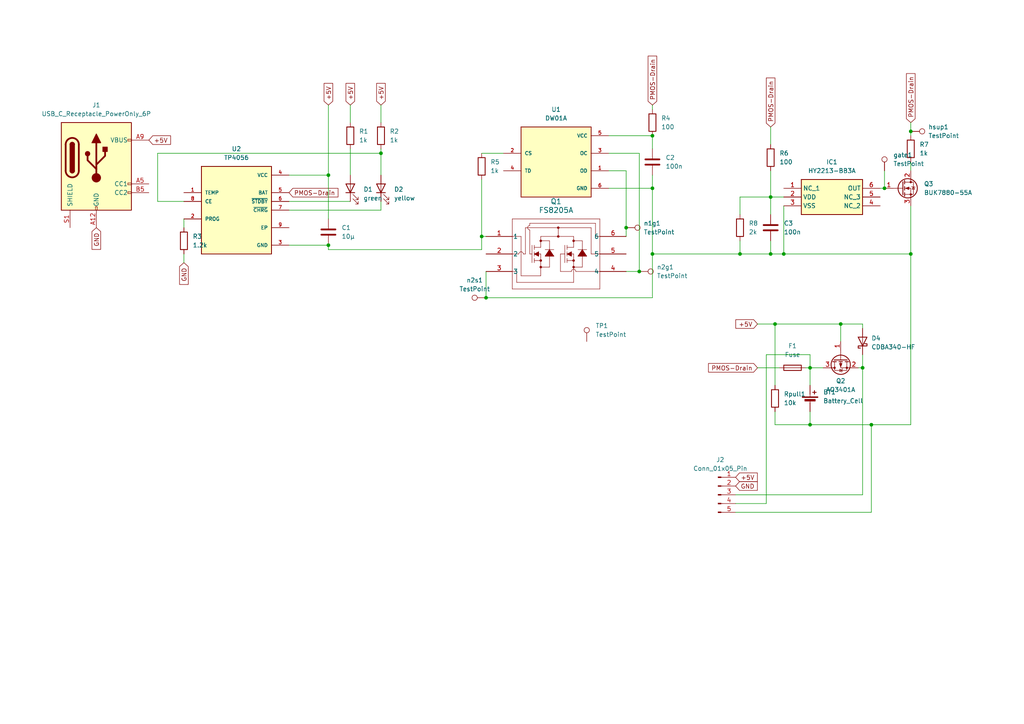
<source format=kicad_sch>
(kicad_sch (version 20231120) (generator "eeschema") (generator_version "8.0")
  (paper "A4")
  (lib_symbols
    (symbol "Connector:Conn_01x05_Pin" (pin_names (offset 1.016) hide)
      (property "Reference" "J" (at 0 7.62 0))
      (property "Value" "Conn_01x05_Pin" (at 0 -7.62 0))
      (symbol "Conn_01x05_Pin_1_1"
        (polyline (pts (xy 1.27 -5.08) (xy 0.8636 -5.08)) (stroke (width 0.1524)))
        (polyline (pts (xy 1.27 -2.54) (xy 0.8636 -2.54)) (stroke (width 0.1524)))
        (polyline (pts (xy 1.27 0) (xy 0.8636 0)) (stroke (width 0.1524)))
        (polyline (pts (xy 1.27 2.54) (xy 0.8636 2.54)) (stroke (width 0.1524)))
        (polyline (pts (xy 1.27 5.08) (xy 0.8636 5.08)) (stroke (width 0.1524)))
        (rectangle (start 0.8636 -4.953) (end 0 -5.207) (stroke (width 0.1524)) (fill (type outline)))
        (rectangle (start 0.8636 -2.413) (end 0 -2.667) (stroke (width 0.1524)) (fill (type outline)))
        (rectangle (start 0.8636 0.127) (end 0 -0.127) (stroke (width 0.1524)) (fill (type outline)))
        (rectangle (start 0.8636 2.667) (end 0 2.413) (stroke (width 0.1524)) (fill (type outline)))
        (rectangle (start 0.8636 5.207) (end 0 4.953) (stroke (width 0.1524)) (fill (type outline)))
        (pin passive line (at 5.08 5.08 180) (length 3.81) (name "Pin_1") (number "1"))
        (pin passive line (at 5.08 2.54 180) (length 3.81) (name "Pin_2") (number "2"))
        (pin passive line (at 5.08 0 180) (length 3.81) (name "Pin_3") (number "3"))
        (pin passive line (at 5.08 -2.54 180) (length 3.81) (name "Pin_4") (number "4"))
        (pin passive line (at 5.08 -5.08 180) (length 3.81) (name "Pin_5") (number "5"))
      )
    )
    (symbol "Connector:TestPoint" (pin_numbers hide) (pin_names (offset 0.762) hide)
      (property "Reference" "TP" (at 0 6.858 0))
      (property "Value" "TestPoint" (at 0 5.08 0))
      (symbol "TestPoint_0_1"
        (circle (center 0 3.302) (radius 0.762))
      )
      (symbol "TestPoint_1_1"
        (pin passive line (at 0 0 90) (length 2.54) (name "1") (number "1"))
      )
    )
    (symbol "Connector:USB_C_Receptacle_PowerOnly_6P" (pin_names (offset 1.016))
      (property "Reference" "J" (at 0 16.51 0))
      (property "Value" "USB_C_Receptacle_PowerOnly_6P" (at 0 13.97 0))
      (symbol "USB_C_Receptacle_PowerOnly_6P_0_0"
        (rectangle (start -0.254 -12.7) (end 0.254 -11.684))
        (rectangle (start 10.16 -7.366) (end 9.144 -7.874))
        (rectangle (start 10.16 -4.826) (end 9.144 -5.334))
        (rectangle (start 10.16 7.874) (end 9.144 7.366))
      )
      (symbol "USB_C_Receptacle_PowerOnly_6P_0_1"
        (rectangle (start -10.16 12.7) (end 10.16 -12.7) (stroke (width 0.254)) (fill (type background)))
        (arc (start -8.89 -1.27) (mid -6.985 -3.1667) (end -5.08 -1.27) (stroke (width 0.508)))
        (arc (start -7.62 -1.27) (mid -6.985 -1.9023) (end -6.35 -1.27) (stroke (width 0.254)))
        (arc (start -7.62 -1.27) (mid -6.985 -1.9023) (end -6.35 -1.27) (stroke (width 0.254)) (fill (type outline)))
        (rectangle (start -7.62 -1.27) (end -6.35 6.35) (stroke (width 0.254)) (fill (type outline)))
        (arc (start -6.35 6.35) (mid -6.985 6.9823) (end -7.62 6.35) (stroke (width 0.254)))
        (arc (start -6.35 6.35) (mid -6.985 6.9823) (end -7.62 6.35) (stroke (width 0.254)) (fill (type outline)))
        (arc (start -5.08 6.35) (mid -6.985 8.2467) (end -8.89 6.35) (stroke (width 0.508)))
        (circle (center -2.54 3.683) (radius 0.635) (stroke (width 0.254)) (fill (type outline)))
        (circle (center 0 -3.302) (radius 1.27) (fill (type outline)))
        (polyline (pts (xy -8.89 -1.27) (xy -8.89 6.35)) (stroke (width 0.508)))
        (polyline (pts (xy -5.08 6.35) (xy -5.08 -1.27)) (stroke (width 0.508)))
        (polyline (pts (xy 0 -3.302) (xy 0 6.858)) (stroke (width 0.508)))
        (polyline (pts (xy 0 -0.762) (xy -2.54 1.778) (xy -2.54 3.048)) (stroke (width 0.508)))
        (polyline (pts (xy 0 0.508) (xy 2.54 3.048) (xy 2.54 4.318)) (stroke (width 0.508)))
        (polyline (pts (xy -1.27 6.858) (xy 0 9.398) (xy 1.27 6.858) (xy -1.27 6.858)) (stroke (width 0.254)) (fill (type outline)))
        (rectangle (start 1.905 4.318) (end 3.175 5.588) (stroke (width 0.254)) (fill (type outline)))
      )
      (symbol "USB_C_Receptacle_PowerOnly_6P_1_1"
        (pin passive line (at 0 -17.78 90) (length 5.08) (name "GND") (number "A12"))
        (pin bidirectional line (at 15.24 -5.08 180) (length 5.08) (name "CC1") (number "A5"))
        (pin passive line (at 15.24 7.62 180) (length 5.08) (name "VBUS") (number "A9"))
        (pin passive line (at 0 -17.78 90) (length 5.08) hide (name "GND") (number "B12"))
        (pin bidirectional line (at 15.24 -7.62 180) (length 5.08) (name "CC2") (number "B5"))
        (pin passive line (at 15.24 7.62 180) (length 5.08) hide (name "VBUS") (number "B9"))
        (pin passive line (at -7.62 -17.78 90) (length 5.08) (name "SHIELD") (number "S1"))
      )
    )
    (symbol "DW01A:DW01A" (pin_names (offset 1.016))
      (property "Reference" "U" (at -10.16 11.43 0))
      (property "Value" "DW01A" (at -10.16 -12.7 0))
      (symbol "DW01A_0_0"
        (rectangle (start -10.16 -10.16) (end 10.16 10.16) (stroke (width 0.254)) (fill (type background)))
        (pin output line (at 15.24 -2.54 180) (length 5.08) (name "OD") (number "1"))
        (pin input line (at -15.24 2.54 0) (length 5.08) (name "CS") (number "2"))
        (pin output line (at 15.24 2.54 180) (length 5.08) (name "OC") (number "3"))
        (pin passive line (at -15.24 -2.54 0) (length 5.08) (name "TD") (number "4"))
        (pin power_in line (at 15.24 7.62 180) (length 5.08) (name "VCC") (number "5"))
        (pin power_in line (at 15.24 -7.62 180) (length 5.08) (name "GND") (number "6"))
      )
    )
    (symbol "Device:Battery_Cell" (pin_numbers hide) (pin_names (offset 0) hide)
      (property "Reference" "BT" (at 2.54 2.54 0))
      (property "Value" "Battery_Cell" (at 2.54 0 0))
      (symbol "Battery_Cell_0_1"
        (rectangle (start -2.286 1.778) (end 2.286 1.524) (fill (type outline)))
        (rectangle (start -1.524 1.016) (end 1.524 0.508) (fill (type outline)))
        (polyline (pts (xy 0 0.762) (xy 0 0)))
        (polyline (pts (xy 0 1.778) (xy 0 2.54)))
        (polyline (pts (xy 0.762 3.048) (xy 1.778 3.048)) (stroke (width 0.254)))
        (polyline (pts (xy 1.27 3.556) (xy 1.27 2.54)) (stroke (width 0.254)))
      )
      (symbol "Battery_Cell_1_1"
        (pin passive line (at 0 5.08 270) (length 2.54) (name "+") (number "1"))
        (pin passive line (at 0 -2.54 90) (length 2.54) (name "-") (number "2"))
      )
    )
    (symbol "Device:C" (pin_numbers hide) (pin_names (offset 0.254))
      (property "Reference" "C" (at 0.635 2.54 0))
      (property "Value" "C" (at 0.635 -2.54 0))
      (symbol "C_0_1"
        (polyline (pts (xy -2.032 -0.762) (xy 2.032 -0.762)) (stroke (width 0.508)))
        (polyline (pts (xy -2.032 0.762) (xy 2.032 0.762)) (stroke (width 0.508)))
      )
      (symbol "C_1_1"
        (pin passive line (at 0 3.81 270) (length 2.794) (name "~") (number "1"))
        (pin passive line (at 0 -3.81 90) (length 2.794) (name "~") (number "2"))
      )
    )
    (symbol "Device:Fuse" (pin_numbers hide) (pin_names (offset 0))
      (property "Reference" "F" (at 2.032 0 90))
      (property "Value" "Fuse" (at -1.905 0 90))
      (symbol "Fuse_0_1"
        (rectangle (start -0.762 -2.54) (end 0.762 2.54) (stroke (width 0.254)))
        (polyline (pts (xy 0 2.54) (xy 0 -2.54)))
      )
      (symbol "Fuse_1_1"
        (pin passive line (at 0 3.81 270) (length 1.27) (name "~") (number "1"))
        (pin passive line (at 0 -3.81 90) (length 1.27) (name "~") (number "2"))
      )
    )
    (symbol "Device:LED" (pin_numbers hide) (pin_names (offset 1.016) hide)
      (property "Reference" "D" (at 0 2.54 0))
      (property "Value" "LED" (at 0 -2.54 0))
      (symbol "LED_0_1"
        (polyline (pts (xy -1.27 -1.27) (xy -1.27 1.27)) (stroke (width 0.254)))
        (polyline (pts (xy -1.27 0) (xy 1.27 0)))
        (polyline (pts (xy 1.27 -1.27) (xy 1.27 1.27) (xy -1.27 0) (xy 1.27 -1.27)) (stroke (width 0.254)))
        (polyline (pts (xy -3.048 -0.762) (xy -4.572 -2.286) (xy -3.81 -2.286) (xy -4.572 -2.286) (xy -4.572 -1.524)))
        (polyline (pts (xy -1.778 -0.762) (xy -3.302 -2.286) (xy -2.54 -2.286) (xy -3.302 -2.286) (xy -3.302 -1.524)))
      )
      (symbol "LED_1_1"
        (pin passive line (at -3.81 0 0) (length 2.54) (name "K") (number "1"))
        (pin passive line (at 3.81 0 180) (length 2.54) (name "A") (number "2"))
      )
    )
    (symbol "Device:R" (pin_numbers hide) (pin_names (offset 0))
      (property "Reference" "R" (at 2.032 0 90))
      (property "Value" "R" (at 0 0 90))
      (symbol "R_0_1"
        (rectangle (start -1.016 -2.54) (end 1.016 2.54) (stroke (width 0.254)))
      )
      (symbol "R_1_1"
        (pin passive line (at 0 3.81 270) (length 1.27) (name "~") (number "1"))
        (pin passive line (at 0 -3.81 90) (length 1.27) (name "~") (number "2"))
      )
    )
    (symbol "Diode:CDBA340-HF" (pin_numbers hide) (pin_names hide)
      (property "Reference" "D" (at 0 2.54 0))
      (property "Value" "CDBA340-HF" (at 0 -2.54 0))
      (symbol "CDBA340-HF_0_1"
        (polyline (pts (xy 1.27 0) (xy -1.27 0)))
        (polyline (pts (xy 1.27 1.27) (xy 1.27 -1.27) (xy -1.27 0) (xy 1.27 1.27)) (stroke (width 0.254)))
        (polyline (pts (xy -1.905 0.635) (xy -1.905 1.27) (xy -1.27 1.27) (xy -1.27 -1.27) (xy -0.635 -1.27) (xy -0.635 -0.635)) (stroke (width 0.254)))
      )
      (symbol "CDBA340-HF_1_1"
        (pin passive line (at -3.81 0 0) (length 2.54) (name "K") (number "1"))
        (pin passive line (at 3.81 0 180) (length 2.54) (name "A") (number "2"))
      )
    )
    (symbol "FS8205A:FS8205A" (pin_names (offset 0.254))
      (property "Reference" "Q" (at 20.32 10.16 0))
      (property "Value" "FS8205A" (at 20.32 7.62 0))
      (symbol "FS8205A_0_1"
        (polyline (pts (xy 7.62 -15.24) (xy 33.02 -15.24)) (stroke (width 0.127)))
        (polyline (pts (xy 7.62 -10.16) (xy 8.89 -10.16)) (stroke (width 0.127)))
        (polyline (pts (xy 7.62 -5.08) (xy 9.525 -5.08)) (stroke (width 0.127)))
        (polyline (pts (xy 7.62 0) (xy 10.16 0)) (stroke (width 0.127)))
        (polyline (pts (xy 7.62 5.08) (xy 7.62 -15.24)) (stroke (width 0.127)))
        (polyline (pts (xy 8.89 -13.335) (xy 8.89 -10.16)) (stroke (width 0.127)))
        (polyline (pts (xy 8.89 -13.335) (xy 25.4 -13.335)) (stroke (width 0.127)))
        (polyline (pts (xy 10.16 -11.43) (xy 15.875 -11.43)) (stroke (width 0.127)))
        (polyline (pts (xy 10.16 0) (xy 10.16 -11.43)) (stroke (width 0.127)))
        (polyline (pts (xy 10.795 -5.08) (xy 11.43 -5.08)) (stroke (width 0.127)))
        (polyline (pts (xy 11.43 -5.08) (xy 11.43 2.54)) (stroke (width 0.127)))
        (polyline (pts (xy 11.43 2.54) (xy 30.48 2.54)) (stroke (width 0.127)))
        (polyline (pts (xy 12.7 -5.08) (xy 13.335 -5.08)) (stroke (width 0.127)))
        (polyline (pts (xy 12.7 1.905) (xy 12.7 -5.08)) (stroke (width 0.127)))
        (polyline (pts (xy 12.7 3.81) (xy 12.7 3.175)) (stroke (width 0.127)))
        (polyline (pts (xy 13.335 -2.54) (xy 13.335 -7.62)) (stroke (width 0.127)))
        (polyline (pts (xy 13.97 -6.985) (xy 15.875 -6.985)) (stroke (width 0.127)))
        (polyline (pts (xy 13.97 -6.35) (xy 13.97 -7.62)) (stroke (width 0.127)))
        (polyline (pts (xy 13.97 -5.08) (xy 15.24 -4.445)) (stroke (width 0.127)))
        (polyline (pts (xy 13.97 -5.08) (xy 15.875 -5.08)) (stroke (width 0.127)))
        (polyline (pts (xy 13.97 -4.445) (xy 13.97 -5.715)) (stroke (width 0.127)))
        (polyline (pts (xy 13.97 -3.175) (xy 15.875 -3.175)) (stroke (width 0.127)))
        (polyline (pts (xy 13.97 -2.54) (xy 13.97 -3.81)) (stroke (width 0.127)))
        (polyline (pts (xy 15.24 -5.715) (xy 13.97 -5.08)) (stroke (width 0.127)))
        (polyline (pts (xy 15.24 -4.445) (xy 15.24 -5.715)) (stroke (width 0.127)))
        (polyline (pts (xy 15.875 -5.08) (xy 15.875 -11.43)) (stroke (width 0.127)))
        (polyline (pts (xy 15.875 -1.27) (xy 18.415 -1.27)) (stroke (width 0.127)))
        (polyline (pts (xy 15.875 0) (xy 15.875 -3.175)) (stroke (width 0.127)))
        (polyline (pts (xy 17.145 -5.715) (xy 19.685 -5.715)) (stroke (width 0.127)))
        (polyline (pts (xy 17.145 -3.81) (xy 19.685 -3.81)) (stroke (width 0.127)))
        (polyline (pts (xy 18.415 -8.89) (xy 15.875 -8.89)) (stroke (width 0.127)))
        (polyline (pts (xy 18.415 -3.81) (xy 17.145 -5.715)) (stroke (width 0.127)))
        (polyline (pts (xy 18.415 -3.81) (xy 19.685 -5.715)) (stroke (width 0.127)))
        (polyline (pts (xy 18.415 -1.27) (xy 18.415 -8.89)) (stroke (width 0.127)))
        (polyline (pts (xy 20.955 0) (xy 20.955 2.54)) (stroke (width 0.127)))
        (polyline (pts (xy 21.59 -10.16) (xy 21.59 -5.08)) (stroke (width 0.127)))
        (polyline (pts (xy 21.59 -10.16) (xy 24.765 -10.16)) (stroke (width 0.127)))
        (polyline (pts (xy 21.59 -5.08) (xy 22.86 -5.08)) (stroke (width 0.127)))
        (polyline (pts (xy 22.86 -2.54) (xy 22.86 -7.62)) (stroke (width 0.127)))
        (polyline (pts (xy 23.495 -6.985) (xy 25.4 -6.985)) (stroke (width 0.127)))
        (polyline (pts (xy 23.495 -6.35) (xy 23.495 -7.62)) (stroke (width 0.127)))
        (polyline (pts (xy 23.495 -5.08) (xy 24.765 -4.445)) (stroke (width 0.127)))
        (polyline (pts (xy 23.495 -5.08) (xy 25.4 -5.08)) (stroke (width 0.127)))
        (polyline (pts (xy 23.495 -4.445) (xy 23.495 -5.715)) (stroke (width 0.127)))
        (polyline (pts (xy 23.495 -3.175) (xy 25.4 -3.175)) (stroke (width 0.127)))
        (polyline (pts (xy 23.495 -2.54) (xy 23.495 -3.81)) (stroke (width 0.127)))
        (polyline (pts (xy 24.765 -5.715) (xy 23.495 -5.08)) (stroke (width 0.127)))
        (polyline (pts (xy 24.765 -4.445) (xy 24.765 -5.715)) (stroke (width 0.127)))
        (polyline (pts (xy 25.4 -5.08) (xy 25.4 -13.335)) (stroke (width 0.127)))
        (polyline (pts (xy 25.4 -1.27) (xy 27.94 -1.27)) (stroke (width 0.127)))
        (polyline (pts (xy 25.4 0) (xy 15.875 0)) (stroke (width 0.127)))
        (polyline (pts (xy 25.4 0) (xy 25.4 -3.175)) (stroke (width 0.127)))
        (polyline (pts (xy 26.67 -5.715) (xy 29.21 -5.715)) (stroke (width 0.127)))
        (polyline (pts (xy 26.67 -3.81) (xy 29.21 -3.81)) (stroke (width 0.127)))
        (polyline (pts (xy 27.94 -8.89) (xy 25.4 -8.89)) (stroke (width 0.127)))
        (polyline (pts (xy 27.94 -3.81) (xy 26.67 -5.715)) (stroke (width 0.127)))
        (polyline (pts (xy 27.94 -3.81) (xy 29.21 -5.715)) (stroke (width 0.127)))
        (polyline (pts (xy 27.94 -1.27) (xy 27.94 -8.89)) (stroke (width 0.127)))
        (polyline (pts (xy 30.48 -5.08) (xy 33.02 -5.08)) (stroke (width 0.127)))
        (polyline (pts (xy 30.48 2.54) (xy 30.48 -5.08)) (stroke (width 0.127)))
        (polyline (pts (xy 31.75 3.81) (xy 12.7 3.81)) (stroke (width 0.127)))
        (polyline (pts (xy 31.75 3.81) (xy 31.75 0)) (stroke (width 0.127)))
        (polyline (pts (xy 33.02 -15.24) (xy 33.02 5.08)) (stroke (width 0.127)))
        (polyline (pts (xy 33.02 -10.16) (xy 26.035 -10.16)) (stroke (width 0.127)))
        (polyline (pts (xy 33.02 0) (xy 31.75 0)) (stroke (width 0.127)))
        (polyline (pts (xy 33.02 5.08) (xy 7.62 5.08)) (stroke (width 0.127)))
        (polyline (pts (xy 13.97 -5.08) (xy 15.24 -5.715) (xy 15.24 -4.445)) (fill (type outline)))
        (polyline (pts (xy 18.415 -3.81) (xy 17.145 -5.715) (xy 19.685 -5.715)) (fill (type outline)))
        (polyline (pts (xy 23.495 -5.08) (xy 24.765 -5.715) (xy 24.765 -4.445)) (fill (type outline)))
        (polyline (pts (xy 27.94 -3.81) (xy 26.67 -5.715) (xy 29.21 -5.715)) (fill (type outline)))
        (arc (start 10.795 -5.08) (mid 10.16 -4.4477) (end 9.525 -5.08) (stroke (width 0.127)))
        (arc (start 12.7 3.175) (mid 12.0677 2.54) (end 12.7 1.905) (stroke (width 0.127)))
        (circle (center 15.875 -8.89) (radius 0.2032) (stroke (width 0.3048)))
        (circle (center 15.875 -6.985) (radius 0.2032) (stroke (width 0.3048)))
        (circle (center 15.875 -1.27) (radius 0.2032) (stroke (width 0.3048)))
        (circle (center 20.955 0) (radius 0.2032) (stroke (width 0.3048)))
        (circle (center 20.955 2.54) (radius 0.2032) (stroke (width 0.3048)))
        (circle (center 25.4 -8.89) (radius 0.2032) (stroke (width 0.3048)))
        (circle (center 25.4 -6.985) (radius 0.2032) (stroke (width 0.3048)))
        (circle (center 25.4 -1.27) (radius 0.2032) (stroke (width 0.3048)))
        (arc (start 26.035 -10.16) (mid 25.4 -9.5277) (end 24.765 -10.16) (stroke (width 0.127)))
        (pin unspecified line (at 0 0 0) (length 7.62) (name "1") (number "1"))
        (pin unspecified line (at 0 -5.08 0) (length 7.62) (name "2") (number "2"))
        (pin unspecified line (at 0 -10.16 0) (length 7.62) (name "3") (number "3"))
        (pin unspecified line (at 40.64 -10.16 180) (length 7.62) (name "4") (number "4"))
        (pin unspecified line (at 40.64 -5.08 180) (length 7.62) (name "5") (number "5"))
        (pin unspecified line (at 40.64 0 180) (length 7.62) (name "6") (number "6"))
      )
    )
    (symbol "HY2213-BB3A:HY2213-BB3A"
      (property "Reference" "IC" (at 24.13 7.62 0))
      (property "Value" "HY2213-BB3A" (at 24.13 5.08 0))
      (symbol "HY2213-BB3A_1_1"
        (rectangle (start 5.08 2.54) (end 22.86 -7.62) (stroke (width 0.254)) (fill (type background)))
        (pin passive line (at 0 0 0) (length 5.08) (name "NC_1") (number "1"))
        (pin passive line (at 0 -2.54 0) (length 5.08) (name "VDD") (number "2"))
        (pin passive line (at 0 -5.08 0) (length 5.08) (name "VSS") (number "3"))
        (pin passive line (at 27.94 -5.08 180) (length 5.08) (name "NC_2") (number "4"))
        (pin passive line (at 27.94 -2.54 180) (length 5.08) (name "NC_3") (number "5"))
        (pin passive line (at 27.94 0 180) (length 5.08) (name "OUT") (number "6"))
      )
    )
    (symbol "TP4056:TP4056" (pin_names (offset 1.016))
      (property "Reference" "U" (at -10.16 13.208 0))
      (property "Value" "TP4056" (at -10.16 -15.24 0))
      (symbol "TP4056_0_0"
        (rectangle (start -10.16 -12.7) (end 10.16 12.7) (stroke (width 0.254)) (fill (type background)))
        (pin input line (at -15.24 5.08 0) (length 5.08) (name "TEMP") (number "1"))
        (pin bidirectional line (at -15.24 -2.54 0) (length 5.08) (name "PROG") (number "2"))
        (pin power_in line (at 15.24 -10.16 180) (length 5.08) (name "GND") (number "3"))
        (pin power_in line (at 15.24 10.16 180) (length 5.08) (name "VCC") (number "4"))
        (pin output line (at 15.24 5.08 180) (length 5.08) (name "BAT") (number "5"))
        (pin output line (at 15.24 2.54 180) (length 5.08) (name "~{STDBY}") (number "6"))
        (pin output line (at 15.24 0 180) (length 5.08) (name "~{CHRG}") (number "7"))
        (pin input line (at -15.24 2.54 0) (length 5.08) (name "CE") (number "8"))
        (pin passive line (at 15.24 -5.08 180) (length 5.08) (name "EP") (number "9"))
      )
    )
    (symbol "Transistor_FET:AO3401A" (pin_names hide)
      (property "Reference" "Q" (at 5.08 1.905 0))
      (property "Value" "AO3401A" (at 5.08 0 0))
      (symbol "AO3401A_0_1"
        (polyline (pts (xy 0.254 0) (xy -2.54 0)))
        (polyline (pts (xy 0.254 1.905) (xy 0.254 -1.905)) (stroke (width 0.254)))
        (polyline (pts (xy 0.762 -1.27) (xy 0.762 -2.286)) (stroke (width 0.254)))
        (polyline (pts (xy 0.762 0.508) (xy 0.762 -0.508)) (stroke (width 0.254)))
        (polyline (pts (xy 0.762 2.286) (xy 0.762 1.27)) (stroke (width 0.254)))
        (polyline (pts (xy 2.54 2.54) (xy 2.54 1.778)))
        (polyline (pts (xy 2.54 -2.54) (xy 2.54 0) (xy 0.762 0)))
        (polyline (pts (xy 0.762 1.778) (xy 3.302 1.778) (xy 3.302 -1.778) (xy 0.762 -1.778)))
        (polyline (pts (xy 2.286 0) (xy 1.27 0.381) (xy 1.27 -0.381) (xy 2.286 0)) (fill (type outline)))
        (polyline (pts (xy 2.794 -0.508) (xy 2.921 -0.381) (xy 3.683 -0.381) (xy 3.81 -0.254)))
        (polyline (pts (xy 3.302 -0.381) (xy 2.921 0.254) (xy 3.683 0.254) (xy 3.302 -0.381)))
        (circle (center 1.651 0) (radius 2.794) (stroke (width 0.254)))
        (circle (center 2.54 -1.778) (radius 0.254) (fill (type outline)))
        (circle (center 2.54 1.778) (radius 0.254) (fill (type outline)))
      )
      (symbol "AO3401A_1_1"
        (pin input line (at -5.08 0 0) (length 2.54) (name "G") (number "1"))
        (pin passive line (at 2.54 -5.08 90) (length 2.54) (name "S") (number "2"))
        (pin passive line (at 2.54 5.08 270) (length 2.54) (name "D") (number "3"))
      )
    )
    (symbol "Transistor_FET:BUK7880-55A" (pin_names hide)
      (property "Reference" "Q" (at 5.08 1.905 0))
      (property "Value" "BUK7880-55A" (at 5.08 0 0))
      (symbol "BUK7880-55A_0_1"
        (polyline (pts (xy 0.254 0) (xy -2.54 0)))
        (polyline (pts (xy 0.254 1.905) (xy 0.254 -1.905)) (stroke (width 0.254)))
        (polyline (pts (xy 0.762 -1.27) (xy 0.762 -2.286)) (stroke (width 0.254)))
        (polyline (pts (xy 0.762 0.508) (xy 0.762 -0.508)) (stroke (width 0.254)))
        (polyline (pts (xy 0.762 2.286) (xy 0.762 1.27)) (stroke (width 0.254)))
        (polyline (pts (xy 2.54 2.54) (xy 2.54 1.778)))
        (polyline (pts (xy 2.54 -2.54) (xy 2.54 0) (xy 0.762 0)))
        (polyline (pts (xy 0.762 -1.778) (xy 3.302 -1.778) (xy 3.302 1.778) (xy 0.762 1.778)))
        (polyline (pts (xy 1.016 0) (xy 2.032 0.381) (xy 2.032 -0.381) (xy 1.016 0)) (fill (type outline)))
        (polyline (pts (xy 2.794 0.508) (xy 2.921 0.381) (xy 3.683 0.381) (xy 3.81 0.254)))
        (polyline (pts (xy 3.302 0.381) (xy 2.921 -0.254) (xy 3.683 -0.254) (xy 3.302 0.381)))
        (circle (center 1.651 0) (radius 2.794) (stroke (width 0.254)))
        (circle (center 2.54 -1.778) (radius 0.254) (fill (type outline)))
        (circle (center 2.54 1.778) (radius 0.254) (fill (type outline)))
      )
      (symbol "BUK7880-55A_1_1"
        (pin input line (at -5.08 0 0) (length 2.54) (name "G") (number "1"))
        (pin passive line (at 2.54 5.08 270) (length 2.54) (name "D") (number "2"))
        (pin passive line (at 2.54 -5.08 90) (length 2.54) (name "S") (number "3"))
      )
    )
  )
  (junction (at 224.79 93.98))
  (junction (at 95.25 50.8))
  (junction (at 189.23 73.66))
  (junction (at 234.95 106.68))
  (junction (at 264.16 38.1))
  (junction (at 181.61 66.04))
  (junction (at 185.42 78.74))
  (junction (at 95.25 71.12))
  (junction (at 264.16 73.66))
  (junction (at 214.63 73.66))
  (junction (at 139.7 68.58))
  (junction (at 223.52 73.66))
  (junction (at 189.23 39.37))
  (junction (at 234.95 123.19))
  (junction (at 256.54 54.61))
  (junction (at 227.33 73.66))
  (junction (at 250.19 106.68))
  (junction (at 140.97 86.36))
  (junction (at 243.84 93.98))
  (junction (at 110.49 44.45))
  (junction (at 252.73 123.19))
  (junction (at 189.23 54.61))
  (junction (at 223.52 57.15))
  (wire (pts (xy 224.79 93.98) (xy 224.79 111.76)))
  (wire (pts (xy 95.25 72.39) (xy 139.7 72.39)))
  (wire (pts (xy 223.52 49.53) (xy 223.52 57.15)))
  (wire (pts (xy 189.23 73.66) (xy 189.23 54.61)))
  (wire (pts (xy 243.84 93.98) (xy 224.79 93.98)))
  (wire (pts (xy 214.63 69.85) (xy 214.63 73.66)))
  (wire (pts (xy 53.34 58.42) (xy 45.72 58.42)))
  (wire (pts (xy 227.33 73.66) (xy 264.16 73.66)))
  (wire (pts (xy 83.82 60.96) (xy 110.49 60.96)))
  (wire (pts (xy 95.25 50.8) (xy 95.25 63.5)))
  (wire (pts (xy 214.63 73.66) (xy 223.52 73.66)))
  (wire (pts (xy 189.23 50.8) (xy 189.23 54.61)))
  (wire (pts (xy 181.61 49.53) (xy 181.61 66.04)))
  (wire (pts (xy 95.25 30.48) (xy 95.25 50.8)))
  (wire (pts (xy 185.42 78.74) (xy 181.61 78.74)))
  (wire (pts (xy 223.52 36.83) (xy 223.52 41.91)))
  (wire (pts (xy 140.97 78.74) (xy 140.97 86.36)))
  (wire (pts (xy 234.95 102.87) (xy 234.95 106.68)))
  (wire (pts (xy 264.16 59.69) (xy 264.16 73.66)))
  (wire (pts (xy 176.53 39.37) (xy 189.23 39.37)))
  (wire (pts (xy 264.16 38.1) (xy 264.16 39.37)))
  (wire (pts (xy 53.34 63.5) (xy 53.34 66.04)))
  (wire (pts (xy 139.7 72.39) (xy 139.7 68.58)))
  (wire (pts (xy 256.54 49.53) (xy 256.54 54.61)))
  (wire (pts (xy 250.19 143.51) (xy 213.36 143.51)))
  (wire (pts (xy 189.23 30.48) (xy 189.23 31.75)))
  (wire (pts (xy 189.23 86.36) (xy 189.23 73.66)))
  (wire (pts (xy 223.52 73.66) (xy 227.33 73.66)))
  (wire (pts (xy 223.52 57.15) (xy 227.33 57.15)))
  (wire (pts (xy 110.49 58.42) (xy 110.49 60.96)))
  (wire (pts (xy 255.27 54.61) (xy 256.54 54.61)))
  (wire (pts (xy 250.19 106.68) (xy 250.19 143.51)))
  (wire (pts (xy 227.33 59.69) (xy 227.33 73.66)))
  (wire (pts (xy 250.19 106.68) (xy 250.19 102.87)))
  (wire (pts (xy 101.6 35.56) (xy 101.6 30.48)))
  (wire (pts (xy 234.95 102.87) (xy 222.25 102.87)))
  (wire (pts (xy 234.95 119.38) (xy 234.95 123.19)))
  (wire (pts (xy 139.7 52.07) (xy 139.7 68.58)))
  (wire (pts (xy 140.97 86.36) (xy 189.23 86.36)))
  (wire (pts (xy 213.36 148.59) (xy 252.73 148.59)))
  (wire (pts (xy 83.82 71.12) (xy 95.25 71.12)))
  (wire (pts (xy 234.95 106.68) (xy 238.76 106.68)))
  (wire (pts (xy 250.19 95.25) (xy 250.19 93.98)))
  (wire (pts (xy 181.61 66.04) (xy 181.61 68.58)))
  (wire (pts (xy 264.16 123.19) (xy 252.73 123.19)))
  (wire (pts (xy 185.42 44.45) (xy 185.42 78.74)))
  (wire (pts (xy 181.61 49.53) (xy 176.53 49.53)))
  (wire (pts (xy 223.52 57.15) (xy 223.52 62.23)))
  (wire (pts (xy 224.79 123.19) (xy 234.95 123.19)))
  (wire (pts (xy 189.23 39.37) (xy 189.23 43.18)))
  (wire (pts (xy 224.79 119.38) (xy 224.79 123.19)))
  (wire (pts (xy 264.16 123.19) (xy 264.16 73.66)))
  (wire (pts (xy 248.92 106.68) (xy 250.19 106.68)))
  (wire (pts (xy 264.16 35.56) (xy 264.16 38.1)))
  (wire (pts (xy 214.63 62.23) (xy 214.63 57.15)))
  (wire (pts (xy 264.16 46.99) (xy 264.16 49.53)))
  (wire (pts (xy 95.25 50.8) (xy 83.82 50.8)))
  (wire (pts (xy 214.63 57.15) (xy 223.52 57.15)))
  (wire (pts (xy 83.82 58.42) (xy 101.6 58.42)))
  (wire (pts (xy 243.84 93.98) (xy 243.84 99.06)))
  (wire (pts (xy 101.6 43.18) (xy 101.6 50.8)))
  (wire (pts (xy 110.49 44.45) (xy 110.49 50.8)))
  (wire (pts (xy 110.49 30.48) (xy 110.49 35.56)))
  (wire (pts (xy 233.68 106.68) (xy 234.95 106.68)))
  (wire (pts (xy 176.53 54.61) (xy 189.23 54.61)))
  (wire (pts (xy 219.71 106.68) (xy 226.06 106.68)))
  (wire (pts (xy 219.71 93.98) (xy 224.79 93.98)))
  (wire (pts (xy 250.19 93.98) (xy 243.84 93.98)))
  (wire (pts (xy 222.25 102.87) (xy 222.25 146.05)))
  (wire (pts (xy 110.49 43.18) (xy 110.49 44.45)))
  (wire (pts (xy 222.25 146.05) (xy 213.36 146.05)))
  (wire (pts (xy 45.72 44.45) (xy 110.49 44.45)))
  (wire (pts (xy 189.23 73.66) (xy 214.63 73.66)))
  (wire (pts (xy 252.73 123.19) (xy 234.95 123.19)))
  (wire (pts (xy 234.95 111.76) (xy 234.95 106.68)))
  (wire (pts (xy 185.42 44.45) (xy 176.53 44.45)))
  (wire (pts (xy 45.72 58.42) (xy 45.72 44.45)))
  (wire (pts (xy 252.73 123.19) (xy 252.73 148.59)))
  (wire (pts (xy 139.7 68.58) (xy 140.97 68.58)))
  (wire (pts (xy 95.25 72.39) (xy 95.25 71.12)))
  (wire (pts (xy 139.7 44.45) (xy 146.05 44.45)))
  (wire (pts (xy 223.52 69.85) (xy 223.52 73.66)))
  (wire (pts (xy 53.34 73.66) (xy 53.34 76.2)))
  (global_label "PMOS-Drain" (shape input) (at 189.23 30.48 90) (property "Intersheetrefs" "${INTERSHEET_REFS}" (effects (hide yes))))
  (global_label "PMOS-Drain" (shape input) (at 223.52 36.83 90) (property "Intersheetrefs" "${INTERSHEET_REFS}" (effects (hide yes))))
  (global_label "PMOS-Drain" (shape input) (at 219.71 106.68 180) (property "Intersheetrefs" "${INTERSHEET_REFS}" (effects (hide yes))))
  (global_label "GND" (shape input) (at 27.94 66.04 270) (property "Intersheetrefs" "${INTERSHEET_REFS}" (effects (hide yes))))
  (global_label "+5V" (shape input) (at 110.49 30.48 90) (property "Intersheetrefs" "${INTERSHEET_REFS}" (effects (hide yes))))
  (global_label "+5V" (shape input) (at 95.25 30.48 90) (property "Intersheetrefs" "${INTERSHEET_REFS}" (effects (hide yes))))
  (global_label "+5V" (shape input) (at 101.6 30.48 90) (property "Intersheetrefs" "${INTERSHEET_REFS}" (effects (hide yes))))
  (global_label "+5V" (shape input) (at 219.71 93.98 180) (property "Intersheetrefs" "${INTERSHEET_REFS}" (effects (hide yes))))
  (global_label "GND" (shape input) (at 53.34 76.2 270) (property "Intersheetrefs" "${INTERSHEET_REFS}" (effects (hide yes))))
  (global_label "PMOS-Drain" (shape input) (at 264.16 35.56 90) (property "Intersheetrefs" "${INTERSHEET_REFS}" (effects (hide yes))))
  (global_label "+5V" (shape input) (at 43.18 40.64 0) (property "Intersheetrefs" "${INTERSHEET_REFS}" (effects (hide yes))))
  (global_label "PMOS-Drain" (shape input) (at 83.82 55.88 0) (property "Intersheetrefs" "${INTERSHEET_REFS}" (effects (hide yes))))
  (global_label "GND" (shape input) (at 213.36 140.97 0) (property "Intersheetrefs" "${INTERSHEET_REFS}" (effects (hide yes))))
  (global_label "+5V" (shape input) (at 213.36 138.43 0) (property "Intersheetrefs" "${INTERSHEET_REFS}" (effects (hide yes))))
  (symbol (lib_id "Connector:TestPoint") (at 170.18 99.06 0) (unit 1)
    (property "Reference" "TP1" (at 172.72 94.4879 0) (effects (justify left)))
    (property "Value" "TestPoint" (at 172.72 97.0279 0) (effects (justify left)))
    (property "Footprint" "TestPoint:TestPoint_Plated_Hole_D2.0mm" (effects (hide yes)))
    (property "Description" "test point" (effects (hide yes)))
  )
  (symbol (lib_id "Transistor_FET:AO3401A") (at 243.84 104.14 90) (mirror x) (unit 1)
    (property "Reference" "Q2" (at 243.84 110.49 90))
    (property "Value" "AO3401A" (at 243.84 113.03 90))
    (property "Footprint" "Package_TO_SOT_SMD:SOT-23" (effects (hide yes)))
    (property "Datasheet" "http://www.aosmd.com/pdfs/datasheet/AO3401A.pdf" (effects (hide yes)))
    (property "Description" "-4.0A Id, -30V Vds, P-Channel MOSFET, SOT-23" (effects (hide yes)))
  )
  (symbol (lib_id "DW01A:DW01A") (at 161.29 46.99 0) (unit 1)
    (property "Reference" "U1" (at 161.29 31.75 0))
    (property "Value" "DW01A" (at 161.29 34.29 0))
    (property "Footprint" "DW01A:SOT95P280X145-6N" (effects (hide yes)))
    (property "MF" "Fortune Semiconductor" (effects (hide yes)))
    (property "SNAPEDA_PACKAGE_ID" "103849" (effects (hide yes)))
    (property "Package" "SOT-23-6 Fortune Semiconductor" (effects (hide yes)))
    (property "Price" "None" (effects (hide yes)))
    (property "Check_prices" "https://www.snapeda.com/parts/DW01A/Fortune+Semiconductor/view-part/?ref=eda" (effects (hide yes)))
    (property "STANDARD" "IPC 7351B" (effects (hide yes)))
    (property "PARTREV" "1.8" (effects (hide yes)))
    (property "SnapEDA_Link" "https://www.snapeda.com/parts/DW01A/Fortune+Semiconductor/view-part/?ref=snap" (effects (hide yes)))
    (property "MP" "DW01A" (effects (hide yes)))
    (property "Description_1" "\nOne Cell Lithium-ion/Polymer Battery Protection IC\n" (effects (hide yes)))
    (property "MANUFACTURER" "Fortune Semiconductor" (effects (hide yes)))
    (property "Availability" "Not in stock" (effects (hide yes)))
    (property "MAXIMUM_PACKAGE_HEIGHT" "1.45mm" (effects (hide yes)))
  )
  (symbol (lib_id "Device:R") (at 53.34 69.85 0) (unit 1)
    (property "Reference" "R3" (at 55.88 68.5799 0) (effects (justify left)))
    (property "Value" "1.2k" (at 55.88 71.1199 0) (effects (justify left)))
    (property "Footprint" "Resistor_SMD:R_1206_3216Metric" (effects (hide yes)))
    (property "Description" "Resistor" (effects (hide yes)))
  )
  (symbol (lib_id "Device:C") (at 95.25 67.31 0) (unit 1)
    (property "Reference" "C1" (at 99.06 66.0399 0) (effects (justify left)))
    (property "Value" "10µ" (at 99.06 68.5799 0) (effects (justify left)))
    (property "Footprint" "Capacitor_SMD:C_1206_3216Metric" (effects (hide yes)))
    (property "Description" "Unpolarized capacitor" (effects (hide yes)))
  )
  (symbol (lib_id "Transistor_FET:BUK7880-55A") (at 261.62 54.61 0) (unit 1)
    (property "Reference" "Q3" (at 267.97 53.3399 0) (effects (justify left)))
    (property "Value" "BUK7880-55A" (at 267.97 55.8799 0) (effects (justify left)))
    (property "Footprint" "Package_TO_SOT_SMD:SOT-223-3_TabPin2" (effects (hide yes)))
    (property "Datasheet" "https://assets.nexperia.com/documents/data-sheet/BUK7880-55A.pdf" (effects (hide yes)))
    (property "Description" "7A Id, 55V Vds, N-Channel Enhancement Mode MOSFET, SOT-223" (effects (hide yes)))
  )
  (symbol (lib_id "Device:R") (at 224.79 115.57 0) (unit 1)
    (property "Reference" "Rpull1" (at 227.33 114.2999 0) (effects (justify left)))
    (property "Value" "10k" (at 227.33 116.8399 0) (effects (justify left)))
    (property "Footprint" "Resistor_SMD:R_1206_3216Metric" (effects (hide yes)))
    (property "Description" "Resistor" (effects (hide yes)))
  )
  (symbol (lib_id "FS8205A:FS8205A") (at 140.97 68.58 0) (unit 1)
    (property "Reference" "Q1" (at 161.29 58.42 0) (effects (font (size 1.524 1.524))))
    (property "Value" "FS8205A" (at 161.29 60.96 0) (effects (font (size 1.524 1.524))))
    (property "Footprint" "SOT-23-6L_TCP" (effects (hide yes)))
    (property "Datasheet" "FS8205A" (effects (hide yes)))
  )
  (symbol (lib_id "Device:LED") (at 110.49 54.61 90) (unit 1)
    (property "Reference" "D2" (at 114.3 54.9274 90) (effects (justify right)))
    (property "Value" "yellow" (at 114.3 57.4674 90) (effects (justify right)))
    (property "Footprint" "LED_SMD:LED_1206_3216Metric" (effects (hide yes)))
    (property "Description" "Light emitting diode" (effects (hide yes)))
  )
  (symbol (lib_id "Device:R") (at 139.7 48.26 0) (unit 1)
    (property "Reference" "R5" (at 142.24 46.9899 0) (effects (justify left)))
    (property "Value" "1k" (at 142.24 49.5299 0) (effects (justify left)))
    (property "Footprint" "Resistor_SMD:R_1206_3216Metric" (effects (hide yes)))
    (property "Description" "Resistor" (effects (hide yes)))
  )
  (symbol (lib_id "Connector:TestPoint") (at 140.97 86.36 90) (unit 1)
    (property "Reference" "n2s1" (at 137.668 81.28 90))
    (property "Value" "TestPoint" (at 137.668 83.82 90))
    (property "Footprint" "Connector_Pin:Pin_D1.0mm_L10.0mm" (effects (hide yes)))
    (property "Description" "test point" (effects (hide yes)))
  )
  (symbol (lib_id "HY2213-BB3A:HY2213-BB3A") (at 227.33 54.61 0) (unit 1)
    (property "Reference" "IC1" (at 241.3 46.99 0))
    (property "Value" "HY2213-BB3A" (at 241.3 49.53 0))
    (property "Footprint" "SOT95P280X140-6N" (effects (hide yes)))
    (property "Datasheet" "https://datasheet.lcsc.com/szlcsc/HYCON-Tech-HY2213-BB3A_C113632.pdf" (effects (hide yes)))
    (property "Description" "PMIC - Battery Management SOT-23-6 RoHS" (effects (hide yes)))
    (property "Height" "1.4" (effects (hide yes)))
    (property "Manufacturer_Name" "Hycon" (effects (hide yes)))
    (property "Manufacturer_Part_Number" "HY2213-BB3A" (effects (hide yes)))
  )
  (symbol (lib_id "Device:R") (at 189.23 35.56 0) (unit 1)
    (property "Reference" "R4" (at 191.77 34.2899 0) (effects (justify left)))
    (property "Value" "100" (at 191.77 36.8299 0) (effects (justify left)))
    (property "Footprint" "Resistor_SMD:R_1206_3216Metric" (effects (hide yes)))
    (property "Description" "Resistor" (effects (hide yes)))
  )
  (symbol (lib_id "Device:R") (at 214.63 66.04 0) (unit 1)
    (property "Reference" "R8" (at 217.17 64.7699 0) (effects (justify left)))
    (property "Value" "2k" (at 217.17 67.3099 0) (effects (justify left)))
    (property "Footprint" "Resistor_SMD:R_1206_3216Metric" (effects (hide yes)))
    (property "Description" "Resistor" (effects (hide yes)))
  )
  (symbol (lib_id "Connector:TestPoint") (at 181.61 66.04 270) (unit 1)
    (property "Reference" "n1g1" (at 186.69 64.7699 90) (effects (justify left)))
    (property "Value" "TestPoint" (at 186.69 67.3099 90) (effects (justify left)))
    (property "Footprint" "Connector_Pin:Pin_D1.0mm_L10.0mm" (effects (hide yes)))
    (property "Description" "test point" (effects (hide yes)))
  )
  (symbol (lib_id "Connector:TestPoint") (at 264.16 38.1 270) (unit 1)
    (property "Reference" "hsup1" (at 269.24 36.8299 90) (effects (justify left)))
    (property "Value" "TestPoint" (at 269.24 39.3699 90) (effects (justify left)))
    (property "Footprint" "Connector_Pin:Pin_D1.0mm_L10.0mm" (effects (hide yes)))
    (property "Description" "test point" (effects (hide yes)))
  )
  (symbol (lib_id "Connector:TestPoint") (at 256.54 49.53 0) (unit 1)
    (property "Reference" "gate1" (at 259.08 44.9579 0) (effects (justify left)))
    (property "Value" "TestPoint" (at 259.08 47.4979 0) (effects (justify left)))
    (property "Footprint" "Connector_Pin:Pin_D1.0mm_L10.0mm" (effects (hide yes)))
    (property "Description" "test point" (effects (hide yes)))
  )
  (symbol (lib_id "Device:Fuse") (at 229.87 106.68 90) (unit 1)
    (property "Reference" "F1" (at 229.87 100.33 90))
    (property "Value" "Fuse" (at 229.87 102.87 90))
    (property "Footprint" "Fuse:Fuse_1206_3216Metric" (effects (hide yes)))
    (property "Description" "Fuse" (effects (hide yes)))
  )
  (symbol (lib_id "Diode:CDBA340-HF") (at 250.19 99.06 90) (unit 1)
    (property "Reference" "D4" (at 252.73 98.1074 90) (effects (justify right)))
    (property "Value" "CDBA340-HF" (at 252.73 100.6474 90) (effects (justify right)))
    (property "Footprint" "Diode_SMD:D_SMA" (effects (hide yes)))
    (property "Datasheet" "https://www.comchiptech.com/admin/files/product/CDBA340-HF%20Thru193640.%20CDBA3100-HF%20RevB.pdf" (effects (hide yes)))
    (property "Description" "40V 3A Schottky Barrier Rectifier Diode, SMA(DO-214AC)" (effects (hide yes)))
  )
  (symbol (lib_id "Device:R") (at 223.52 45.72 0) (unit 1)
    (property "Reference" "R6" (at 226.06 44.4499 0) (effects (justify left)))
    (property "Value" "100" (at 226.06 46.9899 0) (effects (justify left)))
    (property "Footprint" "Resistor_SMD:R_1206_3216Metric" (effects (hide yes)))
    (property "Description" "Resistor" (effects (hide yes)))
  )
  (symbol (lib_id "Connector:Conn_01x05_Pin") (at 208.28 143.51 0) (unit 1)
    (property "Reference" "J2" (at 208.915 133.35 0))
    (property "Value" "Conn_01x05_Pin" (at 208.915 135.89 0))
    (property "Footprint" "Connector_PinHeader_2.54mm:PinHeader_1x05_P2.54mm_Horizontal" (effects (hide yes)))
    (property "Description" "Generic connector, single row, 01x05, script generated" (effects (hide yes)))
  )
  (symbol (lib_id "Device:C") (at 189.23 46.99 0) (unit 1)
    (property "Reference" "C2" (at 193.04 45.7199 0) (effects (justify left)))
    (property "Value" "100n" (at 193.04 48.2599 0) (effects (justify left)))
    (property "Footprint" "Capacitor_SMD:C_1206_3216Metric" (effects (hide yes)))
    (property "Description" "Unpolarized capacitor" (effects (hide yes)))
  )
  (symbol (lib_id "TP4056:TP4056") (at 68.58 60.96 0) (unit 1)
    (property "Reference" "U2" (at 68.58 43.18 0))
    (property "Value" "TP4056" (at 68.58 45.72 0))
    (property "Footprint" "TP4056:SOP127P600X175-9N" (effects (hide yes)))
    (property "MF" "NanJing Top Power ASIC Corp." (effects (hide yes)))
    (property "MAXIMUM_PACKAGE_HEIGHT" "1.75mm" (effects (hide yes)))
    (property "Package" "Package" (effects (hide yes)))
    (property "Price" "None" (effects (hide yes)))
    (property "Check_prices" "https://www.snapeda.com/parts/TP4056/NanJing+Top+Power+ASIC+Corp./view-part/?ref=eda" (effects (hide yes)))
    (property "STANDARD" "IPC 7351B" (effects (hide yes)))
    (property "SnapEDA_Link" "https://www.snapeda.com/parts/TP4056/NanJing+Top+Power+ASIC+Corp./view-part/?ref=snap" (effects (hide yes)))
    (property "MP" "TP4056" (effects (hide yes)))
    (property "Description_1" "\nComplete single cell Li-Ion battery with a constant current / constant voltage linear charger\n" (effects (hide yes)))
    (property "Availability" "Not in stock" (effects (hide yes)))
    (property "MANUFACTURER" "NanJing Top Power ASIC Corp." (effects (hide yes)))
  )
  (symbol (lib_id "Device:Battery_Cell") (at 234.95 116.84 0) (unit 1) (on_board no)
    (property "Reference" "BT1" (at 238.76 113.7284 0) (effects (justify left)))
    (property "Value" "Battery_Cell" (at 238.76 116.2684 0) (effects (justify left)))
    (property "Description" "Single-cell battery" (effects (hide yes)))
  )
  (symbol (lib_id "Device:R") (at 264.16 43.18 0) (unit 1)
    (property "Reference" "R7" (at 266.7 41.9099 0) (effects (justify left)))
    (property "Value" "1k" (at 266.7 44.4499 0) (effects (justify left)))
    (property "Footprint" "Resistor_SMD:R_1206_3216Metric" (effects (hide yes)))
    (property "Description" "Resistor" (effects (hide yes)))
  )
  (symbol (lib_id "Device:R") (at 110.49 39.37 0) (unit 1)
    (property "Reference" "R2" (at 113.03 38.0999 0) (effects (justify left)))
    (property "Value" "1k" (at 113.03 40.6399 0) (effects (justify left)))
    (property "Footprint" "Resistor_SMD:R_1206_3216Metric" (effects (hide yes)))
    (property "Description" "Resistor" (effects (hide yes)))
  )
  (symbol (lib_id "Connector:USB_C_Receptacle_PowerOnly_6P") (at 27.94 48.26 0) (unit 1)
    (property "Reference" "J1" (at 27.94 30.48 0))
    (property "Value" "USB_C_Receptacle_PowerOnly_6P" (at 27.94 33.02 0))
    (property "Footprint" "Connector_USB:USB_C_Receptacle_GCT_USB4125-xx-x_6P_TopMnt_Horizontal" (effects (hide yes)))
    (property "Datasheet" "https://www.usb.org/sites/default/files/documents/usb_type-c.zip" (effects (hide yes)))
    (property "Description" "USB Power-Only 6P Type-C Receptacle connector" (effects (hide yes)))
  )
  (symbol (lib_id "Device:R") (at 101.6 39.37 0) (unit 1)
    (property "Reference" "R1" (at 104.14 38.0999 0) (effects (justify left)))
    (property "Value" "1k" (at 104.14 40.6399 0) (effects (justify left)))
    (property "Footprint" "Resistor_SMD:R_1206_3216Metric" (effects (hide yes)))
    (property "Description" "Resistor" (effects (hide yes)))
  )
  (symbol (lib_id "Connector:TestPoint") (at 185.42 78.74 270) (unit 1)
    (property "Reference" "n2g1" (at 190.5 77.4699 90) (effects (justify left)))
    (property "Value" "TestPoint" (at 190.5 80.0099 90) (effects (justify left)))
    (property "Footprint" "Connector_Pin:Pin_D1.0mm_L10.0mm" (effects (hide yes)))
    (property "Description" "test point" (effects (hide yes)))
  )
  (symbol (lib_id "Device:LED") (at 101.6 54.61 90) (unit 1)
    (property "Reference" "D1" (at 105.41 54.9274 90) (effects (justify right)))
    (property "Value" "green" (at 105.41 57.4674 90) (effects (justify right)))
    (property "Footprint" "LED_SMD:LED_1206_3216Metric" (effects (hide yes)))
    (property "Description" "Light emitting diode" (effects (hide yes)))
  )
  (symbol (lib_id "Device:C") (at 223.52 66.04 0) (unit 1)
    (property "Reference" "C3" (at 227.33 64.7699 0) (effects (justify left)))
    (property "Value" "100n" (at 227.33 67.3099 0) (effects (justify left)))
    (property "Footprint" "Capacitor_SMD:C_1206_3216Metric" (effects (hide yes)))
    (property "Description" "Unpolarized capacitor" (effects (hide yes)))
  )
)
</source>
